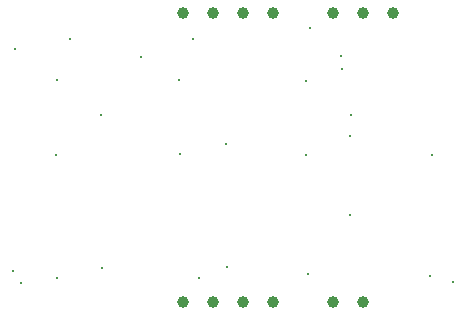
<source format=gbr>
%TF.GenerationSoftware,Altium Limited,Altium Designer,23.5.1 (21)*%
G04 Layer_Color=0*
%FSLAX45Y45*%
%MOMM*%
%TF.SameCoordinates,90272B24-A97A-474C-8309-4AF10B7EB36B*%
%TF.FilePolarity,Positive*%
%TF.FileFunction,Plated,1,2,PTH,Drill*%
%TF.Part,Single*%
G01*
G75*
%TA.AperFunction,ComponentDrill*%
%ADD30C,1.00000*%
%TA.AperFunction,ViaDrill,NotFilled*%
%ADD31C,0.30000*%
D30*
X3572000Y2440000D02*
D03*
X3064000D02*
D03*
X3318000D02*
D03*
X2556000Y0D02*
D03*
X2302000D02*
D03*
X2048000D02*
D03*
X1794000D02*
D03*
Y2440000D02*
D03*
X2048000D02*
D03*
X2302000D02*
D03*
X2556000D02*
D03*
X3318000Y0D02*
D03*
X3064000D02*
D03*
D31*
X717500Y1240000D02*
D03*
X3219111Y1580000D02*
D03*
X3904600Y1240400D02*
D03*
X2835000Y1242500D02*
D03*
X1770000Y1252500D02*
D03*
X2163100Y290000D02*
D03*
X725000Y1875000D02*
D03*
X2850000Y230000D02*
D03*
X1095000Y1580000D02*
D03*
X3205000Y730000D02*
D03*
X725000Y199600D02*
D03*
X352500Y257500D02*
D03*
X1103100Y280400D02*
D03*
X2832500Y1867500D02*
D03*
X1760000Y1872500D02*
D03*
X1930000Y200000D02*
D03*
X3210000Y1400000D02*
D03*
X3140000Y1970000D02*
D03*
X3880000Y220000D02*
D03*
X370000Y2140000D02*
D03*
X1440000Y2070000D02*
D03*
X4080000Y170000D02*
D03*
X420000Y160000D02*
D03*
X2870000Y2320000D02*
D03*
X2159423Y1330016D02*
D03*
X3130000Y2080000D02*
D03*
X1880000Y2220000D02*
D03*
X840000D02*
D03*
%TF.MD5,70339b922d7f2ea356f82f9a050fb7d2*%
M02*

</source>
